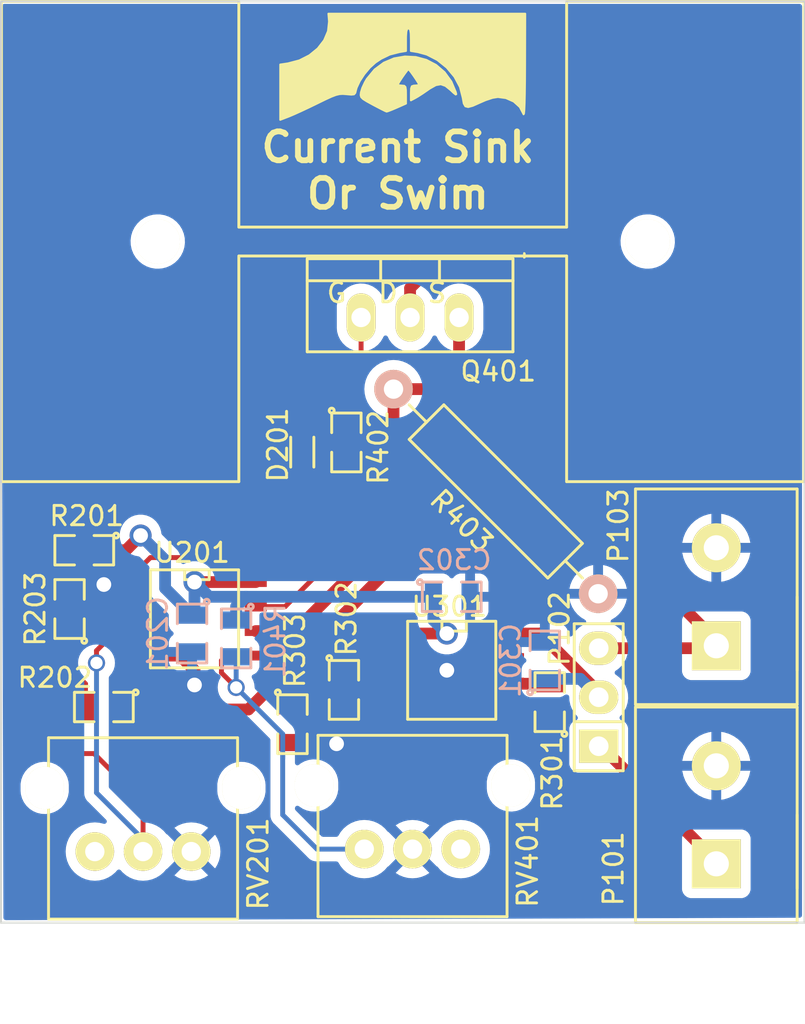
<source format=kicad_pcb>
(kicad_pcb (version 20221018) (generator pcbnew)
  (layers (0 "F.Cu" signal) (31 "B.Cu" signal) (34 "B.Paste" user) (35 "F.Paste" user) (36 "B.SilkS" user "B.Silkscreen") (37 "F.SilkS" user "F.Silkscreen") (38 "B.Mask" user) (39 "F.Mask" user) (44 "Edge.Cuts" user))
  (net 0 "")
  (net 1 "2.7V")
  (net 2 "GND")
  (net 3 "/Power Regulation/Vin")
  (net 4 "/Current Control/FET_Gate")
  (net 5 "Net-(D201-Pad2)")
  (net 6 "Net-(P101-Pad1)")
  (net 7 "/Current Control/Current_Sink+")
  (net 8 "Net-(Q401-PadS)")
  (net 9 "Net-(R202-Pad2)")
  (net 10 "Net-(R301-Pad1)")
  (net 11 "Net-(R302-Pad2)")
  (net 12 "Net-(R402-Pad2)")
  (net 13 "Net-(R201-Pad2)")
  (net 14 "Net-(R401-Pad2)")
  (net 15 "Net-(RV201-Pad1)")
  (net 16 "Net-(RV401-Pad3)")
  (footprint "SMD_Packages:SOD-523" (layer "F.Cu") (at 121.793 58.801 -90)
    (fp_text reference "D201" (at 0 1.27 270) (layer "F.SilkS"))
    (fp_text value "DIODE" hide)
    (fp_line (start -0.4 -0.6) (end 1.15 -0.6) (stroke (width 0.15)) (layer "F.SilkS"))
    (fp_line (start -0.4 0.6) (end 1.15 0.6) (stroke (width 0.15)) (layer "F.SilkS"))
    (pad "1" smd rect (at -0.7 0 270) (size 0.6 0.7) (layers "F.Cu" "F.Paste" "F.Mask") (net 4 "/Current Control/FET_Gate"))
    (pad "2" smd rect (at 0.7 0 270) (size 0.6 0.7) (layers "F.Cu" "F.Paste" "F.Mask") (net 5 "Net-(D201-Pad2)"))
  )
  (footprint "Transistors_TO-220:TO-220_FET-GDS_Vertical" (layer "F.Cu") (at 127.381 52.197)
    (fp_text reference "Q401" (at 4.572 2.794) (layer "F.SilkS"))
    (fp_text value "BUK9575" hide)
    (fp_text user "D" (at -1.143 -1.27) (layer "F.SilkS"))
    (fp_text user "G" (at -3.81 -1.27) (layer "F.SilkS"))
    (fp_text user "S" (at 1.397 -1.27) (layer "F.SilkS"))
    (fp_line (start -5.334 -1.905) (end -5.334 -3.048) (stroke (width 0.15)) (layer "F.SilkS"))
    (fp_line (start -5.334 1.778) (end -5.334 -1.905) (stroke (width 0.15)) (layer "F.SilkS"))
    (fp_line (start -1.524 -3.048) (end -1.524 -1.905) (stroke (width 0.15)) (layer "F.SilkS"))
    (fp_line (start 0 -3.048) (end -5.334 -3.048) (stroke (width 0.15)) (layer "F.SilkS"))
    (fp_line (start 0 -3.048) (end 5.334 -3.048) (stroke (width 0.15)) (layer "F.SilkS"))
    (fp_line (start 1.524 -3.048) (end 1.524 -1.905) (stroke (width 0.15)) (layer "F.SilkS"))
    (fp_line (start 5.334 -3.048) (end 5.334 -1.905) (stroke (width 0.15)) (layer "F.SilkS"))
    (fp_line (start 5.334 -1.905) (end -5.334 -1.905) (stroke (width 0.15)) (layer "F.SilkS"))
    (fp_line (start 5.334 -1.905) (end 5.334 1.778) (stroke (width 0.15)) (layer "F.SilkS"))
    (fp_line (start 5.334 1.778) (end -5.334 1.778) (stroke (width 0.15)) (layer "F.SilkS"))
    (pad "D" thru_hole oval (at 0 0 90) (size 2.49936 1.50114) (drill 1.00076) (layers "*.Cu" "*.Mask" "F.SilkS") (net 7 "/Current Control/Current_Sink+"))
    (pad "G" thru_hole oval (at -2.54 0 90) (size 2.49936 1.50114) (drill 1.00076) (layers "*.Cu" "*.Mask" "F.SilkS") (net 4 "/Current Control/FET_Gate"))
    (pad "S" thru_hole oval (at 2.54 0 90) (size 2.49936 1.50114) (drill 1.00076) (layers "*.Cu" "*.Mask" "F.SilkS") (net 8 "Net-(Q401-PadS)"))
  )
  (footprint "SMD_Packages:SMD-0805" (layer "F.Cu") (at 110.49 64.262 180)
    (fp_text reference "R201" (at -0.127 1.778 180) (layer "F.SilkS"))
    (fp_text value "28.7K" hide)
    (fp_line (start -1.524 -0.762) (end -0.508 -0.762) (stroke (width 0.15)) (layer "F.SilkS"))
    (fp_line (start -1.524 0.762) (end -1.524 -0.762) (stroke (width 0.15)) (layer "F.SilkS"))
    (fp_line (start -0.508 0.762) (end -1.524 0.762) (stroke (width 0.15)) (layer "F.SilkS"))
    (fp_line (start 0.508 -0.762) (end 1.524 -0.762) (stroke (width 0.15)) (layer "F.SilkS"))
    (fp_line (start 1.524 -0.762) (end 1.524 0.762) (stroke (width 0.15)) (layer "F.SilkS"))
    (fp_line (start 1.524 0.762) (end 0.508 0.762) (stroke (width 0.15)) (layer "F.SilkS"))
    (fp_circle (center -1.651 0.762) (end -1.651 0.635) (stroke (width 0.15)) (fill none) (layer "F.SilkS"))
    (pad "1" smd rect (at -0.9525 0 180) (size 0.889 1.397) (layers "F.Cu" "F.Paste" "F.Mask") (net 1 "2.7V"))
    (pad "2" smd rect (at 0.9525 0 180) (size 0.889 1.397) (layers "F.Cu" "F.Paste" "F.Mask") (net 13 "Net-(R201-Pad2)"))
  )
  (footprint "SMD_Packages:SMD-0805" (layer "F.Cu") (at 111.506 72.39 180)
    (fp_text reference "R202" (at 2.54 1.524 180) (layer "F.SilkS"))
    (fp_text value "9K" hide)
    (fp_line (start -1.524 -0.762) (end -0.508 -0.762) (stroke (width 0.15)) (layer "F.SilkS"))
    (fp_line (start -1.524 0.762) (end -1.524 -0.762) (stroke (width 0.15)) (layer "F.SilkS"))
    (fp_line (start -0.508 0.762) (end -1.524 0.762) (stroke (width 0.15)) (layer "F.SilkS"))
    (fp_line (start 0.508 -0.762) (end 1.524 -0.762) (stroke (width 0.15)) (layer "F.SilkS"))
    (fp_line (start 1.524 -0.762) (end 1.524 0.762) (stroke (width 0.15)) (layer "F.SilkS"))
    (fp_line (start 1.524 0.762) (end 0.508 0.762) (stroke (width 0.15)) (layer "F.SilkS"))
    (fp_circle (center -1.651 0.762) (end -1.651 0.635) (stroke (width 0.15)) (fill none) (layer "F.SilkS"))
    (pad "1" smd rect (at -0.9525 0 180) (size 0.889 1.397) (layers "F.Cu" "F.Paste" "F.Mask") (net 7 "/Current Control/Current_Sink+"))
    (pad "2" smd rect (at 0.9525 0 180) (size 0.889 1.397) (layers "F.Cu" "F.Paste" "F.Mask") (net 9 "Net-(R202-Pad2)"))
  )
  (footprint "SMD_Packages:SMD-0805" (layer "F.Cu") (at 134.62 72.136 90)
    (fp_text reference "R301" (at -3.683 0.127 90) (layer "F.SilkS"))
    (fp_text value "0" hide)
    (fp_line (start -1.524 -0.762) (end -0.508 -0.762) (stroke (width 0.15)) (layer "F.SilkS"))
    (fp_line (start -1.524 0.762) (end -1.524 -0.762) (stroke (width 0.15)) (layer "F.SilkS"))
    (fp_line (start -0.508 0.762) (end -1.524 0.762) (stroke (width 0.15)) (layer "F.SilkS"))
    (fp_line (start 0.508 -0.762) (end 1.524 -0.762) (stroke (width 0.15)) (layer "F.SilkS"))
    (fp_line (start 1.524 -0.762) (end 1.524 0.762) (stroke (width 0.15)) (layer "F.SilkS"))
    (fp_line (start 1.524 0.762) (end 0.508 0.762) (stroke (width 0.15)) (layer "F.SilkS"))
    (fp_circle (center -1.651 0.762) (end -1.651 0.635) (stroke (width 0.15)) (fill none) (layer "F.SilkS"))
    (pad "1" smd rect (at -0.9525 0 90) (size 0.889 1.397) (layers "F.Cu" "F.Paste" "F.Mask") (net 10 "Net-(R301-Pad1)"))
    (pad "2" smd rect (at 0.9525 0 90) (size 0.889 1.397) (layers "F.Cu" "F.Paste" "F.Mask") (net 2 "GND"))
  )
  (footprint "SMD_Packages:SMD-0805" (layer "F.Cu") (at 123.952 71.501 -90)
    (fp_text reference "R302" (at -3.683 -0.127 270) (layer "F.SilkS"))
    (fp_text value "27K" hide)
    (fp_line (start -1.524 -0.762) (end -0.508 -0.762) (stroke (width 0.15)) (layer "F.SilkS"))
    (fp_line (start -1.524 0.762) (end -1.524 -0.762) (stroke (width 0.15)) (layer "F.SilkS"))
    (fp_line (start -0.508 0.762) (end -1.524 0.762) (stroke (width 0.15)) (layer "F.SilkS"))
    (fp_line (start 0.508 -0.762) (end 1.524 -0.762) (stroke (width 0.15)) (layer "F.SilkS"))
    (fp_line (start 1.524 -0.762) (end 1.524 0.762) (stroke (width 0.15)) (layer "F.SilkS"))
    (fp_line (start 1.524 0.762) (end 0.508 0.762) (stroke (width 0.15)) (layer "F.SilkS"))
    (fp_circle (center -1.651 0.762) (end -1.651 0.635) (stroke (width 0.15)) (fill none) (layer "F.SilkS"))
    (pad "1" smd rect (at -0.9525 0 270) (size 0.889 1.397) (layers "F.Cu" "F.Paste" "F.Mask") (net 1 "2.7V"))
    (pad "2" smd rect (at 0.9525 0 270) (size 0.889 1.397) (layers "F.Cu" "F.Paste" "F.Mask") (net 11 "Net-(R302-Pad2)"))
  )
  (footprint "Resistors_ThroughHole:Resistor_Horizontal_RM15mm" (layer "F.Cu") (at 131.826 61.214 -45)
    (fp_text reference "R403" (at -0.179605 2.334867 315) (layer "F.SilkS"))
    (fp_text value ".1" hide)
    (fp_line (start -6.35 0) (end -5.08 0) (stroke (width 0.15)) (layer "F.SilkS"))
    (fp_line (start -5.08 -1.27) (end -5.08 1.27) (stroke (width 0.15)) (layer "F.SilkS"))
    (fp_line (start -5.08 1.27) (end 5.08 1.27) (stroke (width 0.15)) (layer "F.SilkS"))
    (fp_line (start 5.08 -1.27) (end -5.08 -1.27) (stroke (width 0.15)) (layer "F.SilkS"))
    (fp_line (start 5.08 1.27) (end 5.08 -1.27) (stroke (width 0.15)) (layer "F.SilkS"))
    (fp_line (start 6.35 0) (end 5.08 0) (stroke (width 0.15)) (layer "F.SilkS"))
    (pad "1" thru_hole circle (at -7.5 0 315) (size 1.99898 1.99898) (drill 1.00076) (layers "*.Cu" "*.SilkS" "*.Mask") (net 8 "Net-(Q401-PadS)"))
    (pad "2" thru_hole circle (at 7.5 0 315) (size 1.99898 1.99898) (drill 1.00076) (layers "*.Cu" "*.SilkS" "*.Mask") (net 2 "GND"))
  )
  (footprint "SMD_Packages:SOIC-8-N" (layer "F.Cu") (at 116.205 67.818 -90)
    (fp_text reference "U201" (at -3.429 0.127 180) (layer "F.SilkS"))
    (fp_text value "LMV358" hide)
    (fp_line (start -2.54 -2.286) (end 2.54 -2.286) (stroke (width 0.15)) (layer "F.SilkS"))
    (fp_line (start -2.54 -0.762) (end -2.032 -0.762) (stroke (width 0.15)) (layer "F.SilkS"))
    (fp_line (start -2.54 2.286) (end -2.54 -2.286) (stroke (width 0.15)) (layer "F.SilkS"))
    (fp_line (start -2.032 -0.762) (end -2.032 0.508) (stroke (width 0.15)) (layer "F.SilkS"))
    (fp_line (start -2.032 0.508) (end -2.54 0.508) (stroke (width 0.15)) (layer "F.SilkS"))
    (fp_line (start 2.54 -2.286) (end 2.54 2.286) (stroke (width 0.15)) (layer "F.SilkS"))
    (fp_line (start 2.54 2.286) (end -2.54 2.286) (stroke (width 0.15)) (layer "F.SilkS"))
    (pad "1" smd rect (at -1.905 3.175 270) (size 0.508 1.143) (layers "F.Cu" "F.Paste" "F.Mask") (net 5 "Net-(D201-Pad2)"))
    (pad "2" smd rect (at -0.635 3.175 270) (size 0.508 1.143) (layers "F.Cu" "F.Paste" "F.Mask") (net 9 "Net-(R202-Pad2)"))
    (pad "3" smd rect (at 0.635 3.175 270) (size 0.508 1.143) (layers "F.Cu" "F.Paste" "F.Mask") (net 13 "Net-(R201-Pad2)"))
    (pad "4" smd rect (at 1.905 3.175 270) (size 0.508 1.143) (layers "F.Cu" "F.Paste" "F.Mask") (net 2 "GND"))
    (pad "5" smd rect (at 1.905 -3.175 270) (size 0.508 1.143) (layers "F.Cu" "F.Paste" "F.Mask") (net 14 "Net-(R401-Pad2)"))
    (pad "6" smd rect (at 0.635 -3.175 270) (size 0.508 1.143) (layers "F.Cu" "F.Paste" "F.Mask") (net 8 "Net-(Q401-PadS)"))
    (pad "7" smd rect (at -0.635 -3.175 270) (size 0.508 1.143) (layers "F.Cu" "F.Paste" "F.Mask") (net 12 "Net-(R402-Pad2)"))
    (pad "8" smd rect (at -1.905 -3.175 270) (size 0.508 1.143) (layers "F.Cu" "F.Paste" "F.Mask") (net 1 "2.7V"))
  )
  (footprint "SMD_Packages:SOIC-8-N" (layer "F.Cu") (at 129.54 70.485 -90)
    (fp_text reference "U301" (at -3.302 0.127) (layer "F.SilkS"))
    (fp_text value "LM2931D-R" hide)
    (fp_line (start -2.54 -2.286) (end 2.54 -2.286) (stroke (width 0.15)) (layer "F.SilkS"))
    (fp_line (start -2.54 -0.762) (end -2.032 -0.762) (stroke (width 0.15)) (layer "F.SilkS"))
    (fp_line (start -2.54 2.286) (end -2.54 -2.286) (stroke (width 0.15)) (layer "F.SilkS"))
    (fp_line (start -2.032 -0.762) (end -2.032 0.508) (stroke (width 0.15)) (layer "F.SilkS"))
    (fp_line (start -2.032 0.508) (end -2.54 0.508) (stroke (width 0.15)) (layer "F.SilkS"))
    (fp_line (start 2.54 -2.286) (end 2.54 2.286) (stroke (width 0.15)) (layer "F.SilkS"))
    (fp_line (start 2.54 2.286) (end -2.54 2.286) (stroke (width 0.15)) (layer "F.SilkS"))
    (pad "1" smd rect (at -1.905 3.175 270) (size 0.508 1.143) (layers "F.Cu" "F.Paste" "F.Mask") (net 1 "2.7V"))
    (pad "2" smd rect (at -0.635 3.175 270) (size 0.508 1.143) (layers "F.Cu" "F.Paste" "F.Mask") (net 2 "GND"))
    (pad "3" smd rect (at 0.635 3.175 270) (size 0.508 1.143) (layers "F.Cu" "F.Paste" "F.Mask") (net 2 "GND"))
    (pad "4" smd rect (at 1.905 3.175 270) (size 0.508 1.143) (layers "F.Cu" "F.Paste" "F.Mask") (net 11 "Net-(R302-Pad2)"))
    (pad "5" smd rect (at 1.905 -3.175 270) (size 0.508 1.143) (layers "F.Cu" "F.Paste" "F.Mask") (net 10 "Net-(R301-Pad1)"))
    (pad "6" smd rect (at 0.635 -3.175 270) (size 0.508 1.143) (layers "F.Cu" "F.Paste" "F.Mask") (net 2 "GND"))
    (pad "7" smd rect (at -0.635 -3.175 270) (size 0.508 1.143) (layers "F.Cu" "F.Paste" "F.Mask") (net 2 "GND"))
    (pad "8" smd rect (at -1.905 -3.175 270) (size 0.508 1.143) (layers "F.Cu" "F.Paste" "F.Mask") (net 3 "/Power Regulation/Vin"))
  )
  (footprint "Current:FA-T220-38E" (layer "F.Cu") (at 127 48.26)
    (fp_text reference "P1" hide)
    (fp_text value "CONN_01X01" hide)
    (fp_line (start -20.8026 -12.446) (end -8.4963 -12.446) (stroke (width 0.15)) (layer "F.SilkS"))
    (fp_line (start -20.8026 12.446) (end -20.8026 -12.446) (stroke (width 0.15)) (layer "F.SilkS"))
    (fp_line (start -8.4963 -0.7493) (end -8.4963 -12.446) (stroke (width 0.15)) (layer "F.SilkS"))
    (fp_line (start -8.4963 -0.7493) (end 8.4963 -0.7493) (stroke (width 0.15)) (layer "F.SilkS"))
    (fp_line (start -8.4963 0.7493) (end -8.4963 12.446) (stroke (width 0.15)) (layer "F.SilkS"))
    (fp_line (start -8.4963 0.7493) (end 8.4963 0.7493) (stroke (width 0.15)) (layer "F.SilkS"))
    (fp_line (start -8.4963 12.446) (end -20.8026 12.446) (stroke (width 0.15)) (layer "F.SilkS"))
    (fp_line (start 8.4963 -12.446) (end 20.8026 -12.446) (stroke (width 0.15)) (layer "F.SilkS"))
    (fp_line (start 8.4963 -0.7493) (end 8.4963 -12.446) (stroke (width 0.15)) (layer "F.SilkS"))
    (fp_line (start 8.4963 0.7493) (end 8.4963 12.446) (stroke (width 0.15)) (layer "F.SilkS"))
    (fp_line (start 20.8026 -12.446) (end 20.8026 12.446) (stroke (width 0.15)) (layer "F.SilkS"))
    (fp_line (start 20.8026 12.446) (end 8.4963 12.446) (stroke (width 0.15)) (layer "F.SilkS"))
    (pad "" np_thru_hole circle (at -12.7 0) (size 2.3114 2.3114) (drill 2.3114) (layers "*.Cu" "*.Mask" "F.SilkS"))
    (pad "" np_thru_hole circle (at 12.7 0) (size 2.3114 2.3114) (drill 2.3114) (layers "*.Cu" "*.Mask" "F.SilkS"))
  )
  (footprint "Current:Terminal_Block_200_mil" (layer "F.Cu") (at 143.256 77.978 90)
    (fp_text reference "P101" (at -2.794 -5.334 90) (layer "F.SilkS"))
    (fp_text value "CONN_01X02" hide)
    (fp_line (start -5.588 -4.191) (end -5.588 4.191) (stroke (width 0.15)) (layer "F.SilkS"))
    (fp_line (start -5.588 4.191) (end 5.588 4.191) (stroke (width 0.15)) (layer "F.SilkS"))
    (fp_line (start -3.81 4.191) (end 0 4.191) (stroke (width 0.15)) (layer "F.SilkS"))
    (fp_line (start 5.588 -4.191) (end -5.588 -4.191) (stroke (width 0.15)) (layer "F.SilkS"))
    (fp_line (start 5.588 4.191) (end 5.588 -4.191) (stroke (width 0.15)) (layer "F.SilkS"))
    (pad "1" thru_hole rect (at -2.54 0 90) (size 2.54 2.54) (drill 1.30048) (layers "*.Cu" "*.Mask" "F.SilkS") (net 6 "Net-(P101-Pad1)"))
    (pad "2" thru_hole oval (at 2.54 0 90) (size 2.54 2.54) (drill 1.30048) (layers "*.Cu" "*.Mask" "F.SilkS") (net 2 "GND"))
  )
  (footprint "Current:Terminal_Block_200_mil" (layer "F.Cu") (at 143.256 66.675 90)
    (fp_text reference "P103" (at 3.683 -5.08 90) (layer "F.SilkS"))
    (fp_text value "CONN_01X02" hide)
    (fp_line (start -5.588 -4.191) (end -5.588 4.191) (stroke (width 0.15)) (layer "F.SilkS"))
    (fp_line (start -5.588 4.191) (end 5.588 4.191) (stroke (width 0.15)) (layer "F.SilkS"))
    (fp_line (start -3.81 4.191) (end 0 4.191) (stroke (width 0.15)) (layer "F.SilkS"))
    (fp_line (start 5.588 -4.191) (end -5.588 -4.191) (stroke (width 0.15)) (layer "F.SilkS"))
    (fp_line (start 5.588 4.191) (end 5.588 -4.191) (stroke (width 0.15)) (layer "F.SilkS"))
    (pad "1" thru_hole rect (at -2.54 0 90) (size 2.54 2.54) (drill 1.30048) (layers "*.Cu" "*.Mask" "F.SilkS") (net 7 "/Current Control/Current_Sink+"))
    (pad "2" thru_hole oval (at 2.54 0 90) (size 2.54 2.54) (drill 1.30048) (layers "*.Cu" "*.Mask" "F.SilkS") (net 2 "GND"))
  )
  (footprint "Pin_Headers:Pin_Header_Straight_1x03" (layer "F.Cu") (at 137.16 71.882 90)
    (fp_text reference "P102" (at 3.556 -2.032 90) (layer "F.SilkS"))
    (fp_text value "CONN_01X03" hide)
    (fp_line (start -3.81 -1.27) (end -3.81 1.27) (stroke (width 0.15)) (layer "F.SilkS"))
    (fp_line (start -3.81 -1.27) (end -1.27 -1.27) (stroke (width 0.15)) (layer "F.SilkS"))
    (fp_line (start -3.81 1.27) (end -1.27 1.27) (stroke (width 0.15)) (layer "F.SilkS"))
    (fp_line (start -1.27 -1.27) (end -1.27 1.27) (stroke (width 0.15)) (layer "F.SilkS"))
    (fp_line (start -1.27 1.27) (end 3.81 1.27) (stroke (width 0.15)) (layer "F.SilkS"))
    (fp_line (start 3.81 -1.27) (end -1.27 -1.27) (stroke (width 0.15)) (layer "F.SilkS"))
    (fp_line (start 3.81 1.27) (end 3.81 -1.27) (stroke (width 0.15)) (layer "F.SilkS"))
    (pad "1" thru_hole rect (at -2.54 0 90) (size 1.7272 2.032) (drill 1.016) (layers "*.Cu" "*.Mask" "F.SilkS") (net 6 "Net-(P101-Pad1)"))
    (pad "2" thru_hole oval (at 0 0 90) (size 1.7272 2.032) (drill 1.016) (layers "*.Cu" "*.Mask" "F.SilkS") (net 3 "/Power Regulation/Vin"))
    (pad "3" thru_hole oval (at 2.54 0 90) (size 1.7272 2.032) (drill 1.016) (layers "*.Cu" "*.Mask" "F.SilkS") (net 7 "/Current Control/Current_Sink+"))
  )
  (footprint "Current:P090L-02F25BR10K" (layer "F.Cu") (at 113.538 79.883)
    (fp_text reference "RV201" (at 5.969 0.635 90) (layer "F.SilkS") (effects (font (size 1.016 1.016))))
    (fp_text value "10K" hide)
    (fp_line (start -4.9 -5.9) (end -4.9 3.5) (stroke (width 0.15)) (layer "F.SilkS"))
    (fp_line (start -4.9 -5.9) (end 4.9 -5.9) (stroke (width 0.15)) (layer "F.SilkS"))
    (fp_line (start -4.9 3.5) (end 4.9 3.5) (stroke (width 0.15)) (layer "F.SilkS"))
    (fp_line (start 4.9 -5.9) (end 4.9 3.5) (stroke (width 0.15)) (layer "F.SilkS"))
    (pad "" np_thru_hole oval (at -5.1 -3.3) (size 2 2.2) (drill oval 2 2.2) (layers "*.Cu" "*.Mask" "F.SilkS"))
    (pad "" np_thru_hole oval (at 5.1 -3.3) (size 2 2.2) (drill oval 2 2.2) (layers "*.Cu" "*.Mask" "F.SilkS"))
    (pad "1" thru_hole circle (at -2.5 0) (size 2 2) (drill 1) (layers "*.Cu" "*.Mask" "F.SilkS") (net 15 "Net-(RV201-Pad1)"))
    (pad "2" thru_hole circle (at 0 0) (size 2 2) (drill 1) (layers "*.Cu" "*.Mask" "F.SilkS") (net 13 "Net-(R201-Pad2)"))
    (pad "3" thru_hole circle (at 2.5 0) (size 2 2) (drill 1) (layers "*.Cu" "*.Mask" "F.SilkS") (net 2 "GND"))
  )
  (footprint "Current:P090L-02F25BR10K" (layer "F.Cu") (at 127.508 79.756)
    (fp_text reference "RV401" (at 5.969 0.635 90) (layer "F.SilkS") (effects (font (size 1.016 1.016))))
    (fp_text value "10K" hide)
    (fp_line (start -4.9 -5.9) (end -4.9 3.5) (stroke (width 0.15)) (layer "F.SilkS"))
    (fp_line (start -4.9 -5.9) (end 4.9 -5.9) (stroke (width 0.15)) (layer "F.SilkS"))
    (fp_line (start -4.9 3.5) (end 4.9 3.5) (stroke (width 0.15)) (layer "F.SilkS"))
    (fp_line (start 4.9 -5.9) (end 4.9 3.5) (stroke (width 0.15)) (layer "F.SilkS"))
    (pad "" np_thru_hole oval (at -5.1 -3.3) (size 2 2.2) (drill oval 2 2.2) (layers "*.Cu" "*.Mask" "F.SilkS"))
    (pad "" np_thru_hole oval (at 5.1 -3.3) (size 2 2.2) (drill oval 2 2.2) (layers "*.Cu" "*.Mask" "F.SilkS"))
    (pad "1" thru_hole circle (at -2.5 0) (size 2 2) (drill 1) (layers "*.Cu" "*.Mask" "F.SilkS") (net 14 "Net-(R401-Pad2)"))
    (pad "2" thru_hole circle (at 0 0) (size 2 2) (drill 1) (layers "*.Cu" "*.Mask" "F.SilkS") (net 2 "GND"))
    (pad "3" thru_hole circle (at 2.5 0) (size 2 2) (drill 1) (layers "*.Cu" "*.Mask" "F.SilkS") (net 16 "Net-(RV401-Pad3)"))
  )
  (footprint "SMD_Packages:SMD-0805" (layer "F.Cu") (at 109.728 67.31 90)
    (fp_text reference "R203" (at 0 -1.778 90) (layer "F.SilkS"))
    (fp_text value "1K" hide)
    (fp_line (start -1.524 -0.762) (end -0.508 -0.762) (stroke (width 0.15)) (layer "F.SilkS"))
    (fp_line (start -1.524 0.762) (end -1.524 -0.762) (stroke (width 0.15)) (layer "F.SilkS"))
    (fp_line (start -0.508 0.762) (end -1.524 0.762) (stroke (width 0.15)) (layer "F.SilkS"))
    (fp_line (start 0.508 -0.762) (end 1.524 -0.762) (stroke (width 0.15)) (layer "F.SilkS"))
    (fp_line (start 1.524 -0.762) (end 1.524 0.762) (stroke (width 0.15)) (layer "F.SilkS"))
    (fp_line (start 1.524 0.762) (end 0.508 0.762) (stroke (width 0.15)) (layer "F.SilkS"))
    (fp_circle (center -1.651 0.762) (end -1.651 0.635) (stroke (width 0.15)) (fill none) (layer "F.SilkS"))
    (pad "1" smd rect (at -0.9525 0 90) (size 0.889 1.397) (layers "F.Cu" "F.Paste" "F.Mask") (net 9 "Net-(R202-Pad2)"))
    (pad "2" smd rect (at 0.9525 0 90) (size 0.889 1.397) (layers "F.Cu" "F.Paste" "F.Mask") (net 2 "GND"))
  )
  (footprint "SMD_Packages:SMD-0805" (layer "F.Cu") (at 124.079 58.674 -90)
    (fp_text reference "R402" (at 0.254 -1.651 270) (layer "F.SilkS"))
    (fp_text value "1K" hide)
    (fp_line (start -1.524 -0.762) (end -0.508 -0.762) (stroke (width 0.15)) (layer "F.SilkS"))
    (fp_line (start -1.524 0.762) (end -1.524 -0.762) (stroke (width 0.15)) (layer "F.SilkS"))
    (fp_line (start -0.508 0.762) (end -1.524 0.762) (stroke (width 0.15)) (layer "F.SilkS"))
    (fp_line (start 0.508 -0.762) (end 1.524 -0.762) (stroke (width 0.15)) (layer "F.SilkS"))
    (fp_line (start 1.524 -0.762) (end 1.524 0.762) (stroke (width 0.15)) (layer "F.SilkS"))
    (fp_line (start 1.524 0.762) (end 0.508 0.762) (stroke (width 0.15)) (layer "F.SilkS"))
    (fp_circle (center -1.651 0.762) (end -1.651 0.635) (stroke (width 0.15)) (fill none) (layer "F.SilkS"))
    (pad "1" smd rect (at -0.9525 0 270) (size 0.889 1.397) (layers "F.Cu" "F.Paste" "F.Mask") (net 4 "/Current Control/FET_Gate"))
    (pad "2" smd rect (at 0.9525 0 270) (size 0.889 1.397) (layers "F.Cu" "F.Paste" "F.Mask") (net 12 "Net-(R402-Pad2)"))
  )
  (footprint "SMD_Packages:SMD-0805" (layer "F.Cu") (at 121.285 73.279 -90)
    (fp_text reference "R303" (at -3.81 -0.127 270) (layer "F.SilkS"))
    (fp_text value "21.6K" hide)
    (fp_line (start -1.524 -0.762) (end -0.508 -0.762) (stroke (width 0.15)) (layer "F.SilkS"))
    (fp_line (start -1.524 0.762) (end -1.524 -0.762) (stroke (width 0.15)) (layer "F.SilkS"))
    (fp_line (start -0.508 0.762) (end -1.524 0.762) (stroke (width 0.15)) (layer "F.SilkS"))
    (fp_line (start 0.508 -0.762) (end 1.524 -0.762) (stroke (width 0.15)) (layer "F.SilkS"))
    (fp_line (start 1.524 -0.762) (end 1.524 0.762) (stroke (width 0.15)) (layer "F.SilkS"))
    (fp_line (start 1.524 0.762) (end 0.508 0.762) (stroke (width 0.15)) (layer "F.SilkS"))
    (fp_circle (center -1.651 0.762) (end -1.651 0.635) (stroke (width 0.15)) (fill none) (layer "F.SilkS"))
    (pad "1" smd rect (at -0.9525 0 270) (size 0.889 1.397) (layers "F.Cu" "F.Paste" "F.Mask") (net 11 "Net-(R302-Pad2)"))
    (pad "2" smd rect (at 0.9525 0 270) (size 0.889 1.397) (layers "F.Cu" "F.Paste" "F.Mask") (net 2 "GND"))
  )
  (footprint "Current:CSOS" (layer "F.Cu") (at 127 42.799)
    (fp_text reference "G***" hide)
    (fp_text value "LOGO" hide)
    (fp_poly (pts (xy 6.332589 6.248175) (xy 6.321406 6.2865) (xy 6.290503 6.297136) (xy 6.278701 6.180666) (xy 6.292007 6.060471) (xy 6.321406 6.074833) (xy 6.332589 6.248175)) (stroke (width 0.1)) (fill solid) (layer "F.SilkS"))
    (fp_poly (pts (xy 2.775091 -2.176038) (xy 2.742605 -2.16183) (xy 2.630231 -2.252313) (xy 2.482437 -2.391834) (xy 2.21545 -2.607974) (xy 1.974172 -2.69267) (xy 1.717188 -2.646432) (xy 1.40308 -2.469766) (xy 1.312062 -2.406203) (xy 1.041096 -2.21941) (xy 0.78807 -2.057083) (xy 0.656166 -1.980695) (xy 0.423333 -1.858319) (xy 0.423333 -2.241493) (xy 0.43199 -2.477447) (xy 0.47463 -2.589566) (xy 0.576255 -2.623109) (xy 0.635 -2.624667) (xy 0.794269 -2.641222) (xy 0.846666 -2.672912) (xy 0.802955 -2.764636) (xy 0.694539 -2.937779) (xy 0.555494 -3.142902) (xy 0.419898 -3.330567) (xy 0.321828 -3.451336) (xy 0.296333 -3.471334) (xy 0.23311 -3.407918) (xy 0.113766 -3.250628) (xy -0.02762 -3.048903) (xy -0.156974 -2.852181) (xy -0.240217 -2.7099) (xy -0.254 -2.672912) (xy -0.181368 -2.63661) (xy -0.042334 -2.624667) (xy 0.078788 -2.612616) (xy 0.141917 -2.548868) (xy 0.165826 -2.392029) (xy 0.169333 -2.157933) (xy 0.169333 -1.691199) (xy -0.306869 -1.4806) (xy -0.565549 -1.370487) (xy -0.758831 -1.296161) (xy -0.836036 -1.275016) (xy -0.92966 -1.314833) (xy -1.134919 -1.41701) (xy -1.414766 -1.562867) (xy -1.549709 -1.634849) (xy -1.864404 -1.806722) (xy -2.056537 -1.927468) (xy -2.15326 -2.025087) (xy -2.18172 -2.127575) (xy -2.169067 -2.262932) (xy -2.16768 -2.272141) (xy -2.096935 -2.50413) (xy -1.961875 -2.792888) (xy -1.858991 -2.969062) (xy -1.45672 -3.456743) (xy -0.978768 -3.810553) (xy -0.448509 -4.033954) (xy 0.110679 -4.130411) (xy 0.67542 -4.103388) (xy 1.222338 -3.95635) (xy 1.728057 -3.692761) (xy 2.1692 -3.316084) (xy 2.522392 -2.829784) (xy 2.75031 -2.286) (xy 2.775091 -2.176038)) (stroke (width 0.1)) (fill solid) (layer "F.SilkS"))
    (fp_poly (pts (xy 6.35 -6.35) (xy 6.342364 -3.6195) (xy 6.338041 -2.844779) (xy 6.32992 -2.205589) (xy 6.318217 -1.708474) (xy 6.30315 -1.359975) (xy 6.284937 -1.166635) (xy 6.263794 -1.134996) (xy 6.260074 -1.14565) (xy 6.070103 -1.511787) (xy 5.754746 -1.796131) (xy 5.347069 -1.97661) (xy 4.932164 -2.032) (xy 4.658011 -1.988116) (xy 4.293298 -1.867165) (xy 3.987667 -1.733968) (xy 3.631328 -1.575223) (xy 3.393129 -1.511035) (xy 3.245805 -1.549173) (xy 3.162094 -1.697404) (xy 3.114734 -1.963497) (xy 3.112456 -1.983355) (xy 2.968407 -2.545754) (xy 2.682376 -3.079807) (xy 2.28171 -3.557623) (xy 1.79376 -3.95131) (xy 1.245874 -4.232976) (xy 0.783166 -4.358849) (xy 0.423333 -4.417551) (xy 0.423333 -5.002776) (xy 0.415702 -5.322469) (xy 0.388292 -5.504557) (xy 0.334326 -5.580271) (xy 0.296333 -5.588) (xy 0.226956 -5.552838) (xy 0.187441 -5.426531) (xy 0.17101 -5.177851) (xy 0.169333 -5.002776) (xy 0.169333 -4.417551) (xy -0.181877 -4.358215) (xy -0.66885 -4.233561) (xy -1.117966 -4.016975) (xy -1.41718 -3.817206) (xy -1.70709 -3.556147) (xy -1.990765 -3.216269) (xy -2.230436 -2.850985) (xy -2.388332 -2.51371) (xy -2.420075 -2.398898) (xy -2.458164 -2.244349) (xy -2.523351 -2.169874) (xy -2.662911 -2.154507) (xy -2.920638 -2.176926) (xy -3.110434 -2.190699) (xy -3.279871 -2.181082) (xy -3.463619 -2.137161) (xy -3.696349 -2.048025) (xy -4.01273 -1.90276) (xy -4.414301 -1.706803) (xy -4.843446 -1.498766) (xy -5.261431 -1.302511) (xy -5.6233 -1.138746) (xy -5.884097 -1.028183) (xy -5.9055 -1.019844) (xy -6.35 -0.849138) (xy -6.35 -2.282048) (xy -6.35 -3.714958) (xy -5.947834 -3.77494) (xy -5.360352 -3.928988) (xy -4.839039 -4.193979) (xy -4.404201 -4.548819) (xy -4.076142 -4.972412) (xy -3.875168 -5.443665) (xy -3.821583 -5.941482) (xy -3.824215 -5.981109) (xy -3.853554 -6.35) (xy 1.248223 -6.35) (xy 6.35 -6.35)) (stroke (width 0.1)) (fill solid) (layer "F.SilkS"))
  )
  (footprint "SMD_Packages:SMD-0805" (layer "B.Cu") (at 116.078 68.58 -90)
    (fp_text reference "C201" (at 0 1.778 270) (layer "B.SilkS") (effects (justify mirror)))
    (fp_text value "C" hide)
    (fp_line (start -1.524 -0.762) (end -1.524 0.762) (stroke (width 0.15)) (layer "B.SilkS"))
    (fp_line (start -1.524 0.762) (end -0.508 0.762) (stroke (width 0.15)) (layer "B.SilkS"))
    (fp_line (start -0.508 -0.762) (end -1.524 -0.762) (stroke (width 0.15)) (layer "B.SilkS"))
    (fp_line (start 0.508 0.762) (end 1.524 0.762) (stroke (width 0.15)) (layer "B.SilkS"))
    (fp_line (start 1.524 -0.762) (end 0.508 -0.762) (stroke (width 0.15)) (layer "B.SilkS"))
    (fp_line (start 1.524 0.762) (end 1.524 -0.762) (stroke (width 0.15)) (layer "B.SilkS"))
    (fp_circle (center -1.651 -0.762) (end -1.651 -0.635) (stroke (width 0.15)) (fill none) (layer "B.SilkS"))
    (pad "1" smd rect (at -0.9525 0 270) (size 0.889 1.397) (layers "B.Cu" "B.Paste" "B.Mask") (net 1 "2.7V"))
    (pad "2" smd rect (at 0.9525 0 270) (size 0.889 1.397) (layers "B.Cu" "B.Paste" "B.Mask") (net 2 "GND"))
  )
  (footprint "SMD_Packages:SMD-0805" (layer "B.Cu") (at 134.366 69.977 90)
    (fp_text reference "C301" (at 0 -1.778 90) (layer "B.SilkS") (effects (justify mirror)))
    (fp_text value "C" hide)
    (fp_line (start -1.524 -0.762) (end -1.524 0.762) (stroke (width 0.15)) (layer "B.SilkS"))
    (fp_line (start -1.524 0.762) (end -0.508 0.762) (stroke (width 0.15)) (layer "B.SilkS"))
    (fp_line (start -0.508 -0.762) (end -1.524 -0.762) (stroke (width 0.15)) (layer "B.SilkS"))
    (fp_line (start 0.508 0.762) (end 1.524 0.762) (stroke (width 0.15)) (layer "B.SilkS"))
    (fp_line (start 1.524 -0.762) (end 0.508 -0.762) (stroke (width 0.15)) (layer "B.SilkS"))
    (fp_line (start 1.524 0.762) (end 1.524 -0.762) (stroke (width 0.15)) (layer "B.SilkS"))
    (fp_circle (center -1.651 -0.762) (end -1.651 -0.635) (stroke (width 0.15)) (fill none) (layer "B.SilkS"))
    (pad "1" smd rect (at -0.9525 0 90) (size 0.889 1.397) (layers "B.Cu" "B.Paste" "B.Mask") (net 3 "/Power Regulation/Vin"))
    (pad "2" smd rect (at 0.9525 0 90) (size 0.889 1.397) (layers "B.Cu" "B.Paste" "B.Mask") (net 2 "GND"))
  )
  (footprint "SMD_Packages:SMD-0805" (layer "B.Cu") (at 129.54 66.675)
    (fp_text reference "C302" (at 0.127 -1.905) (layer "B.SilkS") (effects (justify mirror)))
    (fp_text value "C" hide)
    (fp_line (start -1.524 -0.762) (end -1.524 0.762) (stroke (width 0.15)) (layer "B.SilkS"))
    (fp_line (start -1.524 0.762) (end -0.508 0.762) (stroke (width 0.15)) (layer "B.SilkS"))
    (fp_line (start -0.508 -0.762) (end -1.524 -0.762) (stroke (width 0.15)) (layer "B.SilkS"))
    (fp_line (start 0.508 0.762) (end 1.524 0.762) (stroke (width 0.15)) (layer "B.SilkS"))
    (fp_line (start 1.524 -0.762) (end 0.508 -0.762) (stroke (width 0.15)) (layer "B.SilkS"))
    (fp_line (start 1.524 0.762) (end 1.524 -0.762) (stroke (width 0.15)) (layer "B.SilkS"))
    (fp_circle (center -1.651 -0.762) (end -1.651 -0.635) (stroke (width 0.15)) (fill none) (layer "B.SilkS"))
    (pad "1" smd rect (at -0.9525 0) (size 0.889 1.397) (layers "B.Cu" "B.Paste" "B.Mask") (net 1 "2.7V"))
    (pad "2" smd rect (at 0.9525 0) (size 0.889 1.397) (layers "B.Cu" "B.Paste" "B.Mask") (net 2 "GND"))
  )
  (footprint "SMD_Packages:SMD-0805" (layer "B.Cu") (at 118.364 68.834 -90)
    (fp_text reference "R401" (at 0.127 -2.032 270) (layer "B.SilkS") (effects (justify mirror)))
    (fp_text value "68K" hide)
    (fp_line (start -1.524 -0.762) (end -1.524 0.762) (stroke (width 0.15)) (layer "B.SilkS"))
    (fp_line (start -1.524 0.762) (end -0.508 0.762) (stroke (width 0.15)) (layer "B.SilkS"))
    (fp_line (start -0.508 -0.762) (end -1.524 -0.762) (stroke (width 0.15)) (layer "B.SilkS"))
    (fp_line (start 0.508 0.762) (end 1.524 0.762) (stroke (width 0.15)) (layer "B.SilkS"))
    (fp_line (start 1.524 -0.762) (end 0.508 -0.762) (stroke (width 0.15)) (layer "B.SilkS"))
    (fp_line (start 1.524 0.762) (end 1.524 -0.762) (stroke (width 0.15)) (layer "B.SilkS"))
    (fp_circle (center -1.651 -0.762) (end -1.651 -0.635) (stroke (width 0.15)) (fill none) (layer "B.SilkS"))
    (pad "1" smd rect (at -0.9525 0 270) (size 0.889 1.397) (layers "B.Cu" "B.Paste" "B.Mask") (net 1 "2.7V"))
    (pad "2" smd rect (at 0.9525 0 270) (size 0.889 1.397) (layers "B.Cu" "B.Paste" "B.Mask") (net 14 "Net-(R401-Pad2)"))
  )
  (gr_line (start 106.172 35.814) (end 106.172 83.566) (stroke (width 0.1)) (layer "Edge.Cuts"))
  (gr_line (start 106.172 83.566) (end 147.828 83.566) (stroke (width 0.1)) (layer "Edge.Cuts"))
  (gr_line (start 147.828 83.566) (end 147.828 35.814) (stroke (width 0.1)) (layer "Edge.Cuts"))
  (gr_line (start 147.828 35.814) (end 106.172 35.814) (stroke (width 0.1)) (layer "Edge.Cuts"))
  (gr_text "Current Sink\nOr Swim" (at 126.746 44.577) (layer "F.SilkS") (effects (font (size 1.5 1.5) (thickness 0.3))))
  (segment (start 112.649 64.262) (end 113.411 63.5) (width 0.6096) (layer "F.Cu") (net 1))
  (segment (start 123.952 69.85) (end 125.222 68.58) (width 0.6096) (layer "F.Cu") (net 1))
  (segment (start 125.222 68.58) (end 126.365 68.58) (width 0.6096) (layer "F.Cu") (net 1))
  (segment (start 112.649 64.262) (end 111.4425 64.262) (width 0.6096) (layer "F.Cu") (net 1))
  (segment (start 116.205 65.913) (end 119.38 65.913) (width 0.6096) (layer "F.Cu") (net 1))
  (segment (start 123.952 70.5485) (end 123.952 69.85) (width 0.6096) (layer "F.Cu") (net 1))
  (segment (start 126.365 68.58) (end 129.286 68.58) (width 0.6096) (layer "F.Cu") (net 1))
  (via (at 129.286 68.58) (size 1.143) (drill 0.762) (layers "F.Cu" "B.Cu") (net 1))
  (via (at 116.205 65.913) (size 1.143) (drill 0.762) (layers "F.Cu" "B.Cu") (net 1))
  (via (at 113.411 63.5) (size 1.143) (drill 0.762) (layers "F.Cu" "B.Cu") (net 1))
  (segment (start 113.411 63.5) (end 114.681 64.77) (width 0.6096) (layer "B.Cu") (net 1))
  (segment (start 114.681 64.77) (end 114.681 66.2305) (width 0.6096) (layer "B.Cu") (net 1))
  (segment (start 116.205 67.5005) (end 116.078 67.6275) (width 0.6096) (layer "B.Cu") (net 1))
  (segment (start 129.286 68.58) (end 128.5875 67.8815) (width 0.6096) (layer "B.Cu") (net 1))
  (segment (start 128.5875 67.8815) (end 128.5875 66.675) (width 0.6096) (layer "B.Cu") (net 1))
  (segment (start 116.967 66.675) (end 116.205 65.913) (width 0.6096) (layer "B.Cu") (net 1))
  (segment (start 118.364 67.183) (end 118.872 66.675) (width 0.6096) (layer "B.Cu") (net 1))
  (segment (start 118.872 66.675) (end 116.967 66.675) (width 0.6096) (layer "B.Cu") (net 1))
  (segment (start 118.364 67.8815) (end 118.364 67.183) (width 0.6096) (layer "B.Cu") (net 1))
  (segment (start 128.5875 66.675) (end 118.872 66.675) (width 0.6096) (layer "B.Cu") (net 1))
  (segment (start 116.205 67.5005) (end 116.205 65.913) (width 0.6096) (layer "B.Cu") (net 1))
  (segment (start 116.078 67.6275) (end 114.681 66.2305) (width 0.6096) (layer "B.Cu") (net 1))
  (segment (start 111.1885 66.3575) (end 111.506 66.04) (width 0.6096) (layer "F.Cu") (net 2))
  (segment (start 123.5075 74.2315) (end 123.571 74.295) (width 0.6096) (layer "F.Cu") (net 2))
  (segment (start 115.443 69.723) (end 116.205 70.485) (width 0.6096) (layer "F.Cu") (net 2))
  (segment (start 116.205 70.485) (end 116.205 71.247) (width 0.6096) (layer "F.Cu") (net 2))
  (segment (start 129.921 69.85) (end 129.286 70.485) (width 0.6096) (layer "F.Cu") (net 2))
  (segment (start 128.651 69.85) (end 129.286 70.485) (width 0.6096) (layer "F.Cu") (net 2))
  (segment (start 128.651 71.12) (end 129.286 70.485) (width 0.6096) (layer "F.Cu") (net 2))
  (segment (start 129.921 71.12) (end 129.286 70.485) (width 0.6096) (layer "F.Cu") (net 2))
  (segment (start 132.7785 71.1835) (end 132.715 71.12) (width 0.6096) (layer "F.Cu") (net 2))
  (segment (start 113.03 69.723) (end 115.443 69.723) (width 0.6096) (layer "F.Cu") (net 2))
  (segment (start 109.728 66.3575) (end 111.1885 66.3575) (width 0.6096) (layer "F.Cu") (net 2))
  (segment (start 134.62 71.1835) (end 132.7785 71.1835) (width 0.6096) (layer "F.Cu") (net 2))
  (segment (start 126.365 71.12) (end 128.651 71.12) (width 0.6096) (layer "F.Cu") (net 2))
  (segment (start 129.921 69.85) (end 132.715 69.85) (width 0.6096) (layer "F.Cu") (net 2))
  (segment (start 126.365 69.85) (end 128.651 69.85) (width 0.6096) (layer "F.Cu") (net 2))
  (segment (start 132.715 71.12) (end 129.921 71.12) (width 0.6096) (layer "F.Cu") (net 2))
  (segment (start 121.285 74.2315) (end 123.5075 74.2315) (width 0.6096) (layer "F.Cu") (net 2))
  (via (at 129.286 70.485) (size 1.143) (drill 0.762) (layers "F.Cu" "B.Cu") (net 2))
  (via (at 116.205 71.247) (size 1.143) (drill 0.762) (layers "F.Cu" "B.Cu") (net 2))
  (via (at 123.571 74.295) (size 1.143) (drill 0.762) (layers "F.Cu" "B.Cu") (net 2))
  (via (at 111.506 66.04) (size 1.143) (drill 0.762) (layers "F.Cu" "B.Cu") (net 2))
  (segment (start 115.824 79.669) (end 116.038 79.883) (width 0.6096) (layer "B.Cu") (net 2))
  (segment (start 134.747 69.215) (end 134.112 68.58) (width 0.6096) (layer "F.Cu") (net 3))
  (segment (start 134.112 68.58) (end 132.715 68.58) (width 0.6096) (layer "F.Cu") (net 3))
  (segment (start 137.16 71.628) (end 134.112 68.58) (width 0.6096) (layer "F.Cu") (net 3))
  (segment (start 137.16 71.882) (end 137.16 71.628) (width 0.6096) (layer "F.Cu") (net 3))
  (segment (start 136.2075 70.9295) (end 137.16 71.882) (width 0.6096) (layer "B.Cu") (net 3))
  (segment (start 134.366 70.9295) (end 136.2075 70.9295) (width 0.6096) (layer "B.Cu") (net 3))
  (segment (start 124.079 54.864) (end 124.333 54.61) (width 0.254) (layer "F.Cu") (net 4))
  (segment (start 124.841 54.102) (end 124.841 52.197) (width 0.254) (layer "F.Cu") (net 4))
  (segment (start 121.793 57.15) (end 124.333 54.61) (width 0.254) (layer "F.Cu") (net 4))
  (segment (start 124.333 54.61) (end 124.841 54.102) (width 0.254) (layer "F.Cu") (net 4))
  (segment (start 124.079 57.7215) (end 124.079 54.864) (width 0.254) (layer "F.Cu") (net 4))
  (segment (start 121.793 58.101) (end 121.793 57.15) (width 0.254) (layer "F.Cu") (net 4))
  (segment (start 121.793 61.341) (end 118.491 64.643) (width 0.254) (layer "F.Cu") (net 5))
  (segment (start 118.491 64.643) (end 113.919 64.643) (width 0.254) (layer "F.Cu") (net 5))
  (segment (start 113.919 64.643) (end 113.03 65.532) (width 0.254) (layer "F.Cu") (net 5))
  (segment (start 113.03 65.532) (end 113.03 65.913) (width 0.254) (layer "F.Cu") (net 5))
  (segment (start 121.793 59.501) (end 121.793 61.341) (width 0.254) (layer "F.Cu") (net 5))
  (segment (start 137.287 74.422) (end 143.256 80.391) (width 0.6096) (layer "F.Cu") (net 6))
  (segment (start 143.256 80.391) (end 143.256 80.518) (width 0.6096) (layer "F.Cu") (net 6))
  (segment (start 137.16 74.422) (end 137.287 74.422) (width 0.6096) (layer "F.Cu") (net 6))
  (segment (start 140.97 66.548) (end 140.97 66.548) (width 0.6096) (layer "F.Cu") (net 7))
  (segment (start 135.763 61.341) (end 134.366 61.341) (width 0.6096) (layer "F.Cu") (net 7))
  (segment (start 134.366 61.341) (end 133.858 60.833) (width 0.6096) (layer "F.Cu") (net 7))
  (segment (start 133.223 60.198) (end 133.223 51.435) (width 0.6096) (layer "F.Cu") (net 7))
  (segment (start 133.223 51.435) (end 131.699 49.911) (width 0.6096) (layer "F.Cu") (net 7))
  (segment (start 131.699 49.911) (end 128.143 49.911) (width 0.6096) (layer "F.Cu") (net 7))
  (segment (start 128.143 49.911) (end 127.381 50.673) (width 0.6096) (layer "F.Cu") (net 7))
  (segment (start 127.381 50.673) (end 127.381 52.197) (width 0.6096) (layer "F.Cu") (net 7))
  (segment (start 140.97 66.548) (end 135.763 61.341) (width 0.6096) (layer "F.Cu") (net 7))
  (segment (start 140.97 66.675) (end 143.256 68.961) (width 0.6096) (layer "F.Cu") (net 7))
  (segment (start 143.256 68.961) (end 143.256 69.215) (width 0.6096) (layer "F.Cu") (net 7))
  (segment (start 143.129 69.342) (end 143.256 69.215) (width 0.6096) (layer "F.Cu") (net 7))
  (segment (start 133.858 60.833) (end 133.223 60.198) (width 0.6096) (layer "F.Cu") (net 7))
  (segment (start 130.683 60.833) (end 118.999 72.517) (width 0.6096) (layer "F.Cu") (net 7))
  (segment (start 112.5855 72.517) (end 112.4585 72.39) (width 0.6096) (layer "F.Cu") (net 7))
  (segment (start 130.683 60.833) (end 133.858 60.833) (width 0.6096) (layer "F.Cu") (net 7))
  (segment (start 140.97 66.548) (end 140.97 66.675) (width 0.6096) (layer "F.Cu") (net 7))
  (segment (start 112.5855 72.517) (end 118.999 72.517) (width 0.6096) (layer "F.Cu") (net 7))
  (segment (start 137.16 69.342) (end 143.129 69.342) (width 0.6096) (layer "F.Cu") (net 7))
  (segment (start 129.921 54.61) (end 128.620301 55.910699) (width 0.6096) (layer "F.Cu") (net 8))
  (segment (start 128.620301 55.910699) (end 126.522699 55.910699) (width 0.6096) (layer "F.Cu") (net 8))
  (segment (start 121.412 68.453) (end 126.522699 63.342301) (width 0.6096) (layer "F.Cu") (net 8))
  (segment (start 126.522699 63.342301) (end 126.522699 55.910699) (width 0.6096) (layer "F.Cu") (net 8))
  (segment (start 119.38 68.453) (end 121.412 68.453) (width 0.6096) (layer "F.Cu") (net 8))
  (segment (start 129.921 52.197) (end 129.921 54.61) (width 0.6096) (layer "F.Cu") (net 8))
  (segment (start 112.9665 67.2465) (end 113.03 67.183) (width 0.254) (layer "F.Cu") (net 9))
  (segment (start 110.4265 68.2625) (end 111.506 67.183) (width 0.254) (layer "F.Cu") (net 9))
  (segment (start 111.506 67.183) (end 113.03 67.183) (width 0.254) (layer "F.Cu") (net 9))
  (segment (start 109.728 70.358) (end 110.5535 71.1835) (width 0.254) (layer "F.Cu") (net 9))
  (segment (start 110.5535 71.1835) (end 110.5535 72.39) (width 0.254) (layer "F.Cu") (net 9))
  (segment (start 109.728 68.2625) (end 109.728 70.358) (width 0.254) (layer "F.Cu") (net 9))
  (segment (start 109.728 68.2625) (end 110.4265 68.2625) (width 0.254) (layer "F.Cu") (net 9))
  (segment (start 133.1595 73.0885) (end 132.715 72.644) (width 0.254) (layer "F.Cu") (net 10))
  (segment (start 132.715 72.644) (end 132.715 72.39) (width 0.254) (layer "F.Cu") (net 10))
  (segment (start 134.62 73.0885) (end 133.1595 73.0885) (width 0.254) (layer "F.Cu") (net 10))
  (segment (start 126.3015 72.4535) (end 126.365 72.39) (width 0.254) (layer "F.Cu") (net 11))
  (segment (start 123.825 72.3265) (end 123.952 72.4535) (width 0.254) (layer "F.Cu") (net 11))
  (segment (start 123.952 72.4535) (end 126.3015 72.4535) (width 0.254) (layer "F.Cu") (net 11))
  (segment (start 121.285 72.3265) (end 123.825 72.3265) (width 0.254) (layer "F.Cu") (net 11))
  (segment (start 124.079 64.008) (end 120.904 67.183) (width 0.254) (layer "F.Cu") (net 12))
  (segment (start 120.904 67.183) (end 119.38 67.183) (width 0.254) (layer "F.Cu") (net 12))
  (segment (start 124.079 59.6265) (end 124.079 64.008) (width 0.254) (layer "F.Cu") (net 12))
  (segment (start 113.538 77.343) (end 110.998 74.803) (width 0.254) (layer "F.Cu") (net 13))
  (segment (start 110.998 74.803) (end 109.982 74.803) (width 0.254) (layer "F.Cu") (net 13))
  (segment (start 109.982 74.803) (end 107.823 72.644) (width 0.254) (layer "F.Cu") (net 13))
  (segment (start 107.823 72.644) (end 107.823 64.897) (width 0.254) (layer "F.Cu") (net 13))
  (segment (start 107.823 64.897) (end 108.458 64.262) (width 0.254) (layer "F.Cu") (net 13))
  (segment (start 108.458 64.262) (end 109.5375 64.262) (width 0.254) (layer "F.Cu") (net 13))
  (segment (start 112.141 68.453) (end 111.125 69.469) (width 0.254) (layer "F.Cu") (net 13))
  (segment (start 111.125 69.469) (end 111.125 70.104) (width 0.254) (layer "F.Cu") (net 13))
  (segment (start 113.03 68.453) (end 112.141 68.453) (width 0.254) (layer "F.Cu") (net 13))
  (segment (start 113.538 79.883) (end 113.538 77.343) (width 0.254) (layer "F.Cu") (net 13))
  (via (at 111.125 70.104) (size 0.889) (drill 0.635) (layers "F.Cu" "B.Cu") (net 13))
  (segment (start 111.125 70.104) (end 111.125 76.835) (width 0.254) (layer "B.Cu") (net 13))
  (segment (start 111.125 76.835) (end 113.538 79.248) (width 0.254) (layer "B.Cu") (net 13))
  (segment (start 113.538 79.248) (end 113.538 79.883) (width 0.254) (layer "B.Cu") (net 13))
  (segment (start 117.856 69.723) (end 117.602 69.977) (width 0.254) (layer "F.Cu") (net 14))
  (segment (start 117.602 69.977) (end 117.602 70.612) (width 0.254) (layer "F.Cu") (net 14))
  (segment (start 117.602 70.612) (end 118.364 71.374) (width 0.254) (layer "F.Cu") (net 14))
  (segment (start 119.38 69.723) (end 117.856 69.723) (width 0.254) (layer "F.Cu") (net 14))
  (via (at 118.364 71.374) (size 0.889) (drill 0.635) (layers "F.Cu" "B.Cu") (net 14))
  (segment (start 118.364 71.374) (end 120.777 73.787) (width 0.254) (layer "B.Cu") (net 14))
  (segment (start 120.777 73.787) (end 120.777 74.93) (width 0.254) (layer "B.Cu") (net 14))
  (segment (start 120.777 74.93) (end 120.777 75.057) (width 0.254) (layer "B.Cu") (net 14))
  (segment (start 120.777 77.978) (end 122.555 79.756) (width 0.254) (layer "B.Cu") (net 14))
  (segment (start 122.555 79.756) (end 125.008 79.756) (width 0.254) (layer "B.Cu") (net 14))
  (segment (start 118.364 69.7865) (end 118.364 71.374) (width 0.254) (layer "B.Cu") (net 14))
  (segment (start 120.777 74.93) (end 120.777 77.978) (width 0.254) (layer "B.Cu") (net 14))
  (zone (net 2) (net_name "GND") (layer "B.Cu") (connect_pads (clearance 0.508)) (min_thickness 0.254) (fill yes (thermal_gap 0.508) (thermal_bridge_width 0.508))
    (polygon (pts (xy 147.701 83.312) (xy 106.299 83.439) (xy 106.172 35.941) (xy 147.701 35.941)))
  )
)
</source>
